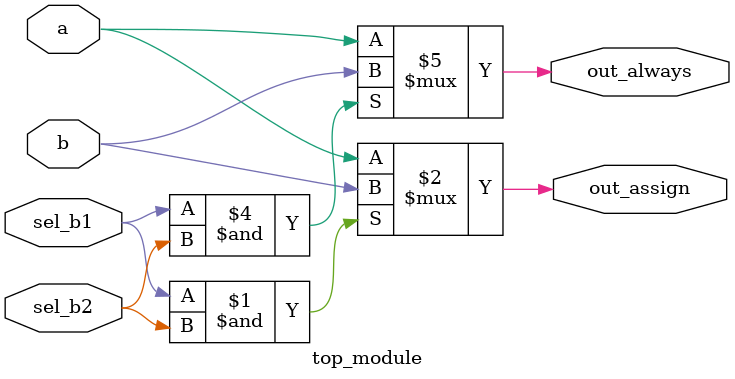
<source format=v>
`timescale 1 ps/1 ps
`define OK 12
`define INCORRECT 13

module top_module (
	input a,
	input b,
	input sel_b1,
	input sel_b2,
	output out_assign,
	output reg out_always
);
	assign out_assign = (sel_b1 & sel_b2) ? b : a;
	always @(*) out_always = (sel_b1 & sel_b2) ? b : a;
	
endmodule
</source>
